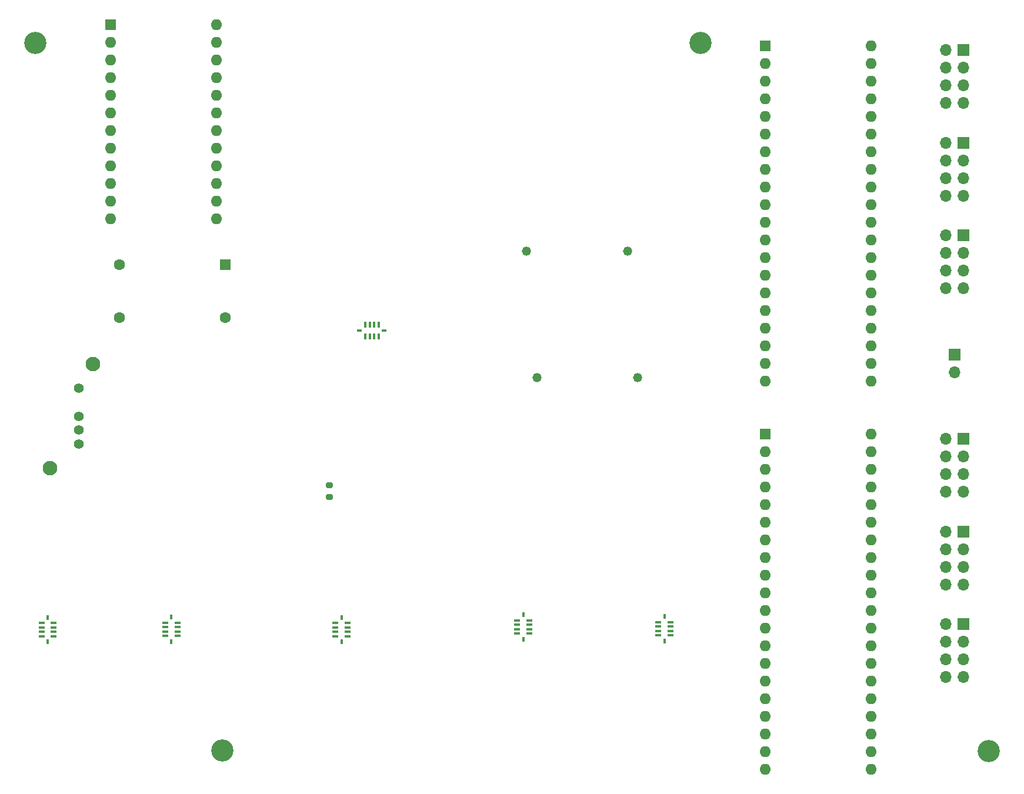
<source format=gbr>
%TF.GenerationSoftware,KiCad,Pcbnew,7.0.9*%
%TF.CreationDate,2023-11-28T19:04:43+01:00*%
%TF.ProjectId,z80,7a38302e-6b69-4636-9164-5f7063625858,1.0*%
%TF.SameCoordinates,Original*%
%TF.FileFunction,Soldermask,Bot*%
%TF.FilePolarity,Negative*%
%FSLAX46Y46*%
G04 Gerber Fmt 4.6, Leading zero omitted, Abs format (unit mm)*
G04 Created by KiCad (PCBNEW 7.0.9) date 2023-11-28 19:04:43*
%MOMM*%
%LPD*%
G01*
G04 APERTURE LIST*
G04 Aperture macros list*
%AMRoundRect*
0 Rectangle with rounded corners*
0 $1 Rounding radius*
0 $2 $3 $4 $5 $6 $7 $8 $9 X,Y pos of 4 corners*
0 Add a 4 corners polygon primitive as box body*
4,1,4,$2,$3,$4,$5,$6,$7,$8,$9,$2,$3,0*
0 Add four circle primitives for the rounded corners*
1,1,$1+$1,$2,$3*
1,1,$1+$1,$4,$5*
1,1,$1+$1,$6,$7*
1,1,$1+$1,$8,$9*
0 Add four rect primitives between the rounded corners*
20,1,$1+$1,$2,$3,$4,$5,0*
20,1,$1+$1,$4,$5,$6,$7,0*
20,1,$1+$1,$6,$7,$8,$9,0*
20,1,$1+$1,$8,$9,$2,$3,0*%
G04 Aperture macros list end*
%ADD10R,1.600000X1.600000*%
%ADD11O,1.600000X1.600000*%
%ADD12R,1.700000X1.700000*%
%ADD13O,1.700000X1.700000*%
%ADD14C,3.200000*%
%ADD15C,1.320000*%
%ADD16C,1.400000*%
%ADD17C,2.100000*%
%ADD18C,1.600000*%
%ADD19R,0.458800X0.735600*%
%ADD20R,0.888000X0.306400*%
%ADD21R,0.735600X0.458800*%
%ADD22R,0.306400X0.888000*%
%ADD23RoundRect,0.200000X-0.275000X0.200000X-0.275000X-0.200000X0.275000X-0.200000X0.275000X0.200000X0*%
G04 APERTURE END LIST*
D10*
%TO.C,U7*%
X197358000Y-34290000D03*
D11*
X197358000Y-36830000D03*
X197358000Y-39370000D03*
X197358000Y-41910000D03*
X197358000Y-44450000D03*
X197358000Y-46990000D03*
X197358000Y-49530000D03*
X197358000Y-52070000D03*
X197358000Y-54610000D03*
X197358000Y-57150000D03*
X197358000Y-59690000D03*
X197358000Y-62230000D03*
X197358000Y-64770000D03*
X197358000Y-67310000D03*
X197358000Y-69850000D03*
X197358000Y-72390000D03*
X197358000Y-74930000D03*
X197358000Y-77470000D03*
X197358000Y-80010000D03*
X197358000Y-82550000D03*
X212598000Y-82550000D03*
X212598000Y-80010000D03*
X212598000Y-77470000D03*
X212598000Y-74930000D03*
X212598000Y-72390000D03*
X212598000Y-69850000D03*
X212598000Y-67310000D03*
X212598000Y-64770000D03*
X212598000Y-62230000D03*
X212598000Y-59690000D03*
X212598000Y-57150000D03*
X212598000Y-54610000D03*
X212598000Y-52070000D03*
X212598000Y-49530000D03*
X212598000Y-46990000D03*
X212598000Y-44450000D03*
X212598000Y-41910000D03*
X212598000Y-39370000D03*
X212598000Y-36830000D03*
X212598000Y-34290000D03*
%TD*%
D12*
%TO.C,J4*%
X225933000Y-34925000D03*
D13*
X223393000Y-34925000D03*
X225933000Y-37465000D03*
X223393000Y-37465000D03*
X225933000Y-40005000D03*
X223393000Y-40005000D03*
X225933000Y-42545000D03*
X223393000Y-42545000D03*
%TD*%
D14*
%TO.C,REF\u002A\u002A*%
X92360000Y-33940000D03*
%TD*%
D15*
%TO.C,J3*%
X177546000Y-63880000D03*
X179046000Y-82080000D03*
%TD*%
D12*
%TO.C,J5*%
X225953000Y-48270000D03*
D13*
X223413000Y-48270000D03*
X225953000Y-50810000D03*
X223413000Y-50810000D03*
X225953000Y-53350000D03*
X223413000Y-53350000D03*
X225953000Y-55890000D03*
X223413000Y-55890000D03*
%TD*%
D12*
%TO.C,J8*%
X225953000Y-104219000D03*
D13*
X223413000Y-104219000D03*
X225953000Y-106759000D03*
X223413000Y-106759000D03*
X225953000Y-109299000D03*
X223413000Y-109299000D03*
X225953000Y-111839000D03*
X223413000Y-111839000D03*
%TD*%
D12*
%TO.C,J1*%
X224663000Y-78740000D03*
D13*
X224663000Y-81280000D03*
%TD*%
D14*
%TO.C,REF\u002A\u002A*%
X229585000Y-135859000D03*
%TD*%
%TO.C,REF\u002A\u002A*%
X119253000Y-135763000D03*
%TD*%
D15*
%TO.C,J2*%
X163014000Y-63880000D03*
X164514000Y-82080000D03*
%TD*%
D10*
%TO.C,U10*%
X197358000Y-90239000D03*
D11*
X197358000Y-92779000D03*
X197358000Y-95319000D03*
X197358000Y-97859000D03*
X197358000Y-100399000D03*
X197358000Y-102939000D03*
X197358000Y-105479000D03*
X197358000Y-108019000D03*
X197358000Y-110559000D03*
X197358000Y-113099000D03*
X197358000Y-115639000D03*
X197358000Y-118179000D03*
X197358000Y-120719000D03*
X197358000Y-123259000D03*
X197358000Y-125799000D03*
X197358000Y-128339000D03*
X197358000Y-130879000D03*
X197358000Y-133419000D03*
X197358000Y-135959000D03*
X197358000Y-138499000D03*
X212598000Y-138499000D03*
X212598000Y-135959000D03*
X212598000Y-133419000D03*
X212598000Y-130879000D03*
X212598000Y-128339000D03*
X212598000Y-125799000D03*
X212598000Y-123259000D03*
X212598000Y-120719000D03*
X212598000Y-118179000D03*
X212598000Y-115639000D03*
X212598000Y-113099000D03*
X212598000Y-110559000D03*
X212598000Y-108019000D03*
X212598000Y-105479000D03*
X212598000Y-102939000D03*
X212598000Y-100399000D03*
X212598000Y-97859000D03*
X212598000Y-95319000D03*
X212598000Y-92779000D03*
X212598000Y-90239000D03*
%TD*%
D16*
%TO.C,SW2*%
X98636000Y-83630000D03*
X98636000Y-87630000D03*
X98636000Y-89630000D03*
X98636000Y-91630000D03*
D17*
X100636000Y-80130000D03*
X94436000Y-95130000D03*
%TD*%
D11*
%TO.C,A1*%
X118364000Y-31242000D03*
X118364000Y-33782000D03*
X118364000Y-36322000D03*
X118364000Y-38862000D03*
X118364000Y-41402000D03*
X118364000Y-43942000D03*
X118364000Y-46482000D03*
X118364000Y-49022000D03*
X118364000Y-51562000D03*
X118364000Y-54102000D03*
X118364000Y-56642000D03*
X118364000Y-59182000D03*
X103124000Y-59182000D03*
X103124000Y-56642000D03*
X103124000Y-54102000D03*
X103124000Y-51562000D03*
X103124000Y-49022000D03*
X103124000Y-46482000D03*
X103124000Y-43942000D03*
X103124000Y-41402000D03*
X103124000Y-38862000D03*
X103124000Y-36322000D03*
X103124000Y-33782000D03*
D10*
X103124000Y-31242000D03*
%TD*%
D14*
%TO.C,REF\u002A\u002A*%
X188087000Y-33909000D03*
%TD*%
D10*
%TO.C,CLK2*%
X119634000Y-65786000D03*
D18*
X104394000Y-65786000D03*
X104394000Y-73406000D03*
X119634000Y-73406000D03*
%TD*%
D12*
%TO.C,J9*%
X225953000Y-117554000D03*
D13*
X223413000Y-117554000D03*
X225953000Y-120094000D03*
X223413000Y-120094000D03*
X225953000Y-122634000D03*
X223413000Y-122634000D03*
X225953000Y-125174000D03*
X223413000Y-125174000D03*
%TD*%
D12*
%TO.C,J6*%
X225953000Y-61605000D03*
D13*
X223413000Y-61605000D03*
X225953000Y-64145000D03*
X223413000Y-64145000D03*
X225953000Y-66685000D03*
X223413000Y-66685000D03*
X225953000Y-69225000D03*
X223413000Y-69225000D03*
%TD*%
D12*
%TO.C,J7*%
X225933000Y-90874000D03*
D13*
X223393000Y-90874000D03*
X225933000Y-93414000D03*
X223393000Y-93414000D03*
X225933000Y-95954000D03*
X223393000Y-95954000D03*
X225933000Y-98494000D03*
X223393000Y-98494000D03*
%TD*%
D19*
%TO.C,RN6*%
X182880000Y-116478401D03*
X182880000Y-119995599D03*
D20*
X183762299Y-117284500D03*
X183762299Y-117919500D03*
X183762299Y-118554500D03*
X183762299Y-119189500D03*
X181997701Y-119189500D03*
X181997701Y-118554500D03*
X181997701Y-117919500D03*
X181997701Y-117284500D03*
%TD*%
D19*
%TO.C,RN2*%
X136398000Y-120097099D03*
X136398000Y-116579901D03*
D20*
X135515701Y-119291000D03*
X135515701Y-118656000D03*
X135515701Y-118021000D03*
X135515701Y-117386000D03*
X137280299Y-117386000D03*
X137280299Y-118021000D03*
X137280299Y-118656000D03*
X137280299Y-119291000D03*
%TD*%
D19*
%TO.C,RN4*%
X111893701Y-116541901D03*
X111893701Y-120059099D03*
D20*
X112776000Y-117348000D03*
X112776000Y-117983000D03*
X112776000Y-118618000D03*
X112776000Y-119253000D03*
X111011402Y-119253000D03*
X111011402Y-118618000D03*
X111011402Y-117983000D03*
X111011402Y-117348000D03*
%TD*%
D21*
%TO.C,RN7*%
X139020901Y-75304299D03*
X142538099Y-75304299D03*
D22*
X139827000Y-74422000D03*
X140462000Y-74422000D03*
X141097000Y-74422000D03*
X141732000Y-74422000D03*
X141732000Y-76186598D03*
X141097000Y-76186598D03*
X140462000Y-76186598D03*
X139827000Y-76186598D03*
%TD*%
D23*
%TO.C,R4*%
X134620000Y-97600000D03*
X134620000Y-99250000D03*
%TD*%
D19*
%TO.C,RN5*%
X162560000Y-119741599D03*
X162560000Y-116224401D03*
D20*
X161677701Y-118935500D03*
X161677701Y-118300500D03*
X161677701Y-117665500D03*
X161677701Y-117030500D03*
X163442299Y-117030500D03*
X163442299Y-117665500D03*
X163442299Y-118300500D03*
X163442299Y-118935500D03*
%TD*%
D19*
%TO.C,RN3*%
X94107000Y-116579901D03*
X94107000Y-120097099D03*
D20*
X94989299Y-117386000D03*
X94989299Y-118021000D03*
X94989299Y-118656000D03*
X94989299Y-119291000D03*
X93224701Y-119291000D03*
X93224701Y-118656000D03*
X93224701Y-118021000D03*
X93224701Y-117386000D03*
%TD*%
M02*

</source>
